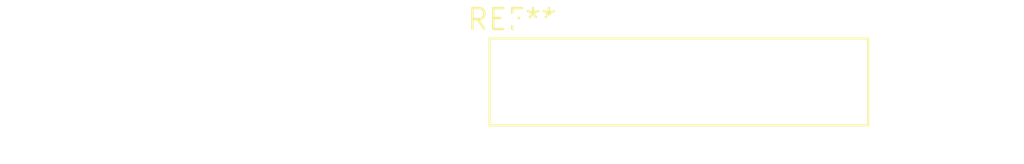
<source format=kicad_pcb>
(kicad_pcb (version 20240108) (generator pcbnew)
  (layers (0 "F.Cu" signal) (31 "B.Cu" signal) (34 "B.Paste" user) (35 "F.Paste" user) (36 "B.SilkS" user "B.Silkscreen") (37 "F.SilkS" user "F.Silkscreen") (38 "B.Mask" user) (39 "F.Mask" user) (44 "Edge.Cuts" user))
  (net 0 "")
  (footprint "Samtec_HLE-109-02-xx-DV-PE-LC_2x09_P2.54mm_Horizontal" (layer "F.Cu") (at 0 0)
    (property "Reference" "REF**")
    (property "Value" "Samtec_HLE-109-02-xx-DV-PE-LC_2x09_P2.54mm_Horizontal")
    (fp_line (start -1.38 1.16) (end 21.7 1.16) (layer "F.SilkS") (stroke (width 0.12)))
    (fp_line (start -1.38 6.46) (end -1.38 1.16) (layer "F.SilkS") (stroke (width 0.12)))
    (fp_line (start 21.7 1.16) (end 21.7 6.46) (layer "F.SilkS") (stroke (width 0.12)))
    (fp_line (start 21.7 6.46) (end -1.38 6.46) (layer "F.SilkS") (stroke (width 0.12)))
    (pad "" np_thru_hole circle (at 0 2.54) (size 1.4 1.4) (drill 1.4) (layers *.Cu *.Mask))
    (pad "" np_thru_hole circle (at 0 5.08) (size 1.4 1.4) (drill 1.4) (layers *.Cu *.Mask))
    (pad "" np_thru_hole circle (at 1.27 3.81) (size 1.19 1.19) (drill 1.19) (layers *.Cu *.Mask))
    (pad "" np_thru_hole circle (at 2.54 2.54) (size 1.4 1.4) (drill 1.4) (layers *.Cu *.Mask))
    (pad "" np_thru_hole circle (at 2.54 5.08) (size 1.4 1.4) (drill 1.4) (layers *.Cu *.Mask))
    (pad "" np_thru_hole circle (at 5.08 2.54) (size 1.4 1.4) (drill 1.4) (layers *.Cu *.Mask))
    (pad "" np_thru_hole circle (at 5.08 5.08) (size 1.4 1.4) (drill 1.4) (layers *.Cu *.Mask))
    (pad "" np_thru_hole circle (at 7.62 2.54) (size 1.4 1.4) (drill 1.4) (layers *.Cu *.Mask))
    (pad "" np_thru_hole circle (at 7.62 5.08) (size 1.4 1.4) (drill 1.4) (layers *.Cu *.Mask))
    (pad "" np_thru_hole circle (at 10.16 2.54) (size 1.4 1.4) (drill 1.4) (layers *.Cu *.Mask))
    (pad "" np_thru_hole circle (at 10.16 5.08) (size 1.4 1.4) (drill 1.4) (layers *.Cu *.Mask))
    (pad "" np_thru_hole circle (at 12.7 2.54) (size 1.4 1.4) (drill 1.4) (layers *.Cu *.Mask))
    (pad "" np_thru_hole circle (at 12.7 5.08) (size 1.4 1.4) (drill 1.4) (layers *.Cu *.Mask))
    (pad "" np_thru_hole circle (at 15.24 2.54) (size 1.4 1.4) (drill 1.4) (layers *.Cu *.Mask))
    (pad "" np_thru_hole circle (at 15.24 5.08) (size 1.4 1.4) (drill 1.4) (layers *.Cu *.Mask))
    (pad "" np_thru_hole circle (at 17.78 2.54) (size 1.4 1.4) (drill 1.4) (layers *.Cu *.Mask))
    (pad "" np_thru_hole circle (at 17.78 5.08) (size 1.4 1.4) (drill 1.4) (layers *.Cu *.Mask))
    (pad "" np_thru_hole circle (at 19.05 3.81) (size 1.19 1.19) (drill 1.19) (layers *.Cu *.Mask))
    (pad "" np_thru_hole circle (at 20.32 2.54) (size 1.4 1.4) (drill 1.4) (layers *.Cu *.Mask))
    (pad "" np_thru_hole circle (at 20.32 5.08) (size 1.4 1.4) (drill 1.4) (layers *.Cu *.Mask))
    (pad "1" thru_hole roundrect (at 0 0) (size 1.31 1.31) (drill 0.71) (layers *.Cu *.Mask) (remove_unused_layers) (roundrect_rratio 0.19084))
    (pad "2" thru_hole circle (at 0 7.62) (size 1.31 1.31) (drill 0.71) (layers *.Cu *.Mask) (remove_unused_layers))
    (pad "3" thru_hole circle (at 2.54 0) (size 1.31 1.31) (drill 0.71) (layers *.Cu *.Mask) (remove_unused_layers))
    (pad "4" thru_hole circle (at 2.54 7.62) (size 1.31 1.31) (drill 0.71) (layers *.Cu *.Mask) (remove_unused_layers))
    (pad "5" thru_hole circle (at 5.08 0) (size 1.31 1.31) (drill 0.71) (layers *.Cu *.Mask) (remove_unused_layers))
    (pad "6" thru_hole circle (at 5.08 7.62) (size 1.31 1.31) (drill 0.71) (layers *.Cu *.Mask) (remove_unused_layers))
    (pad "7" thru_hole circle (at 7.62 0) (size 1.31 1.31) (drill 0.71) (layers *.Cu *.Mask) (remove_unused_layers))
    (pad "8" thru_hole circle (at 7.62 7.62) (size 1.31 1.31) (drill 0.71) (layers *.Cu *.Mask) (remove_unused_layers))
    (pad "9" thru_hole circle (at 10.16 0) (size 1.31 1.31) (drill 0.71) (layers *.Cu *.Mask) (remove_unused_layers))
    (pad "10" thru_hole circle (at 10.16 7.62) (size 1.31 1.31) (drill 0.71) (layers *.Cu *.Mask) (remove_unused_layers))
    (pad "11" thru_hole circle (at 12.7 0) (size 1.31 1.31) (drill 0.71) (layers *.Cu *.Mask) (remove_unused_layers))
    (pad "12" thru_hole circle (at 12.7 7.62) (size 1.31 1.31) (drill 0.71) (layers *.Cu *.Mask) (remove_unused_layers))
    (pad "13" thru_hole circle (at 15.24 0) (size 1.31 1.31) (drill 0.71) (layers *.Cu *.Mask) (remove_unused_layers))
    (pad "14" thru_hole circle (at 15.24 7.62) (size 1.31 1.31) (drill 0.71) (layers *.Cu *.Mask) (remove_unused_layers))
    (pad "15" thru_hole circle (at 17.78 0) (size 1.31 1.31) (drill 0.71) (layers *.Cu *.Mask) (remove_unused_layers))
    (pad "16" thru_hole circle (at 17.78 7.62) (size 1.31 1.31) (drill 0.71) (layers *.Cu *.Mask) (remove_unused_layers))
    (pad "17" thru_hole circle (at 20.32 0) (size 1.31 1.31) (drill 0.71) (layers *.Cu *.Mask) (remove_unused_layers))
    (pad "18" thru_hole circle (at 20.32 7.62) (size 1.31 1.31) (drill 0.71) (layers *.Cu *.Mask) (remove_unused_layers))
  )
)
</source>
